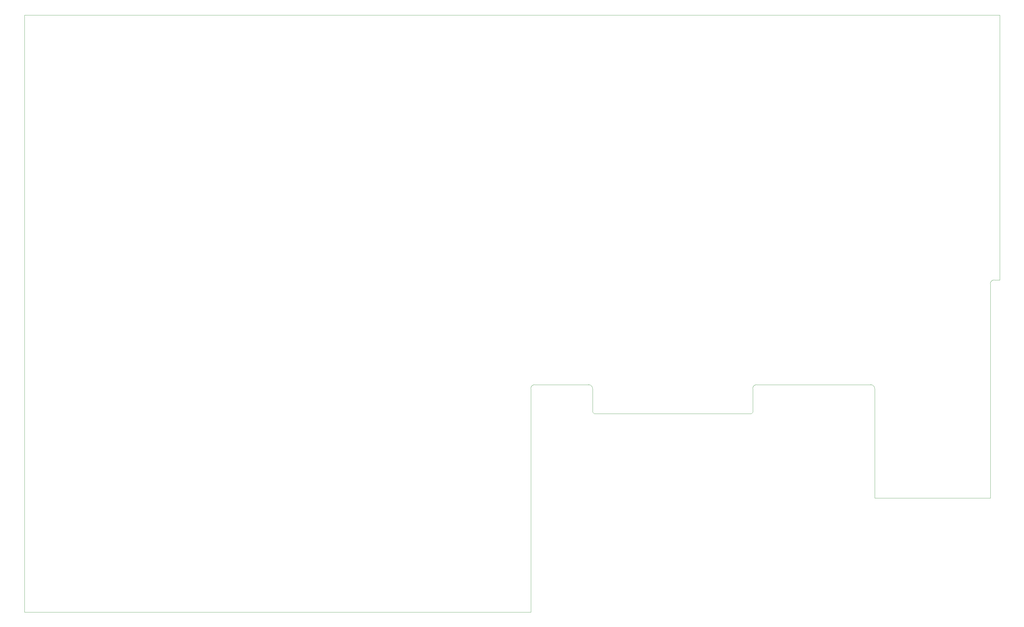
<source format=gm1>
G04 #@! TF.GenerationSoftware,KiCad,Pcbnew,5.1.7-1.fc32*
G04 #@! TF.CreationDate,2020-10-19T10:18:13+01:00*
G04 #@! TF.ProjectId,Amiga600,416d6967-6136-4303-902e-6b696361645f,rev?*
G04 #@! TF.SameCoordinates,Original*
G04 #@! TF.FileFunction,Profile,NP*
%FSLAX46Y46*%
G04 Gerber Fmt 4.6, Leading zero omitted, Abs format (unit mm)*
G04 Created by KiCad (PCBNEW 5.1.7-1.fc32) date 2020-10-19 10:18:13*
%MOMM*%
%LPD*%
G01*
G04 APERTURE LIST*
G04 #@! TA.AperFunction,Profile*
%ADD10C,0.010000*%
G04 #@! TD*
G04 APERTURE END LIST*
D10*
X236220000Y-129540000D02*
X236728000Y-129032000D01*
X184658000Y-129032000D02*
X185166000Y-129540000D01*
X313944000Y-87376000D02*
G75*
G02*
X315214000Y-86106000I1270000J0D01*
G01*
X275082000Y-120142000D02*
G75*
G02*
X276352000Y-121412000I0J-1270000D01*
G01*
X236728000Y-121412000D02*
G75*
G02*
X237998000Y-120142000I1270000J0D01*
G01*
X183388000Y-120142000D02*
G75*
G02*
X184658000Y-121412000I0J-1270000D01*
G01*
X164592000Y-121412000D02*
G75*
G02*
X165862000Y-120142000I1270000J0D01*
G01*
X0Y0D02*
X0Y-194056000D01*
X0Y0D02*
X316992000Y0D01*
X316992000Y-86106000D02*
X316992000Y0D01*
X315214000Y-86106000D02*
X316992000Y-86106000D01*
X313944000Y-156972000D02*
X313944000Y-87376000D01*
X276352000Y-156972000D02*
X313944000Y-156972000D01*
X276352000Y-121412000D02*
X276352000Y-156972000D01*
X237998000Y-120142000D02*
X275082000Y-120142000D01*
X236728000Y-129032000D02*
X236728000Y-121412000D01*
X185166000Y-129540000D02*
X236220000Y-129540000D01*
X184658000Y-121412000D02*
X184658000Y-129032000D01*
X165862000Y-120142000D02*
X183388000Y-120142000D01*
X0Y-194056000D02*
X164592000Y-194056000D01*
X164592000Y-194056000D02*
X164592000Y-121412000D01*
M02*

</source>
